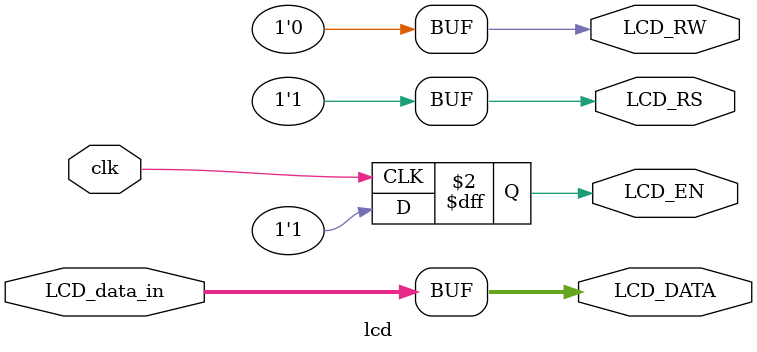
<source format=v>
module lcd(clk, LCD_data_in, LCD_DATA, LCD_RS, LCD_RW, LCD_EN);

	input clk; 
	input [7:0]LCD_data_in;
	output LCD_RS, LCD_RW;
	output reg LCD_EN;
	output [7:0] LCD_DATA;


	assign LCD_RW = 0;
	assign LCD_RS = 1;
	assign LCD_DATA = LCD_data_in;

	always @(posedge clk) begin
		LCD_EN <= 1;
		//LCD_E <= 0;
	end

endmodule 
</source>
